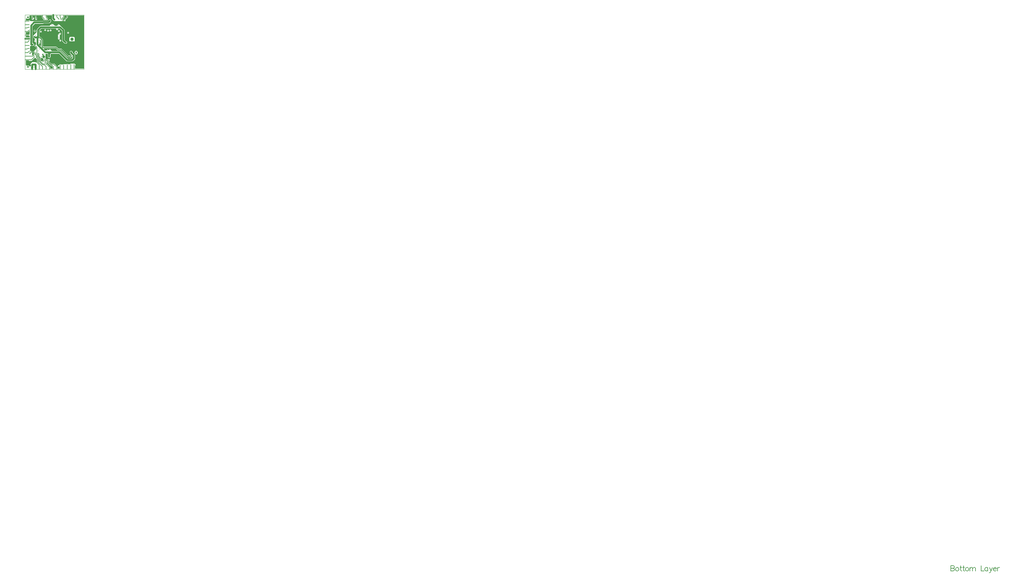
<source format=gbl>
G04*
G04 #@! TF.GenerationSoftware,Altium Limited,Altium Designer,22.4.2 (48)*
G04*
G04 Layer_Physical_Order=4*
G04 Layer_Color=16711680*
%FSLAX24Y24*%
%MOIN*%
G70*
G04*
G04 #@! TF.SameCoordinates,09D1A8E4-E44A-436B-8A94-970E0EB30887*
G04*
G04*
G04 #@! TF.FilePolarity,Positive*
G04*
G01*
G75*
%ADD14C,0.0059*%
%ADD15C,0.0039*%
%ADD50C,0.0160*%
%ADD51C,0.0100*%
%ADD52C,0.0060*%
%ADD55C,0.0200*%
%ADD57O,0.0276X0.0118*%
%ADD58O,0.0118X0.0276*%
%ADD59C,0.0120*%
%ADD60C,0.0140*%
%ADD61C,0.0160*%
G04:AMPARAMS|DCode=62|XSize=31.5mil|YSize=31.5mil|CornerRadius=7.9mil|HoleSize=0mil|Usage=FLASHONLY|Rotation=270.000|XOffset=0mil|YOffset=0mil|HoleType=Round|Shape=RoundedRectangle|*
%AMROUNDEDRECTD62*
21,1,0.0315,0.0157,0,0,270.0*
21,1,0.0157,0.0315,0,0,270.0*
1,1,0.0157,-0.0079,-0.0079*
1,1,0.0157,-0.0079,0.0079*
1,1,0.0157,0.0079,0.0079*
1,1,0.0157,0.0079,-0.0079*
%
%ADD62ROUNDEDRECTD62*%
%ADD63C,0.0315*%
G36*
X6584Y4706D02*
X6584Y3549D01*
X6584Y3240D01*
X6584Y2536D01*
X6584Y2068D01*
X6584Y1692D01*
X6584Y1113D01*
X6584Y567D01*
X6584Y80D01*
X5571Y80D01*
X5571Y434D01*
X5668Y434D01*
X5668Y526D01*
X5542Y652D01*
X5098Y652D01*
X5028Y582D01*
X4777Y582D01*
X4759Y594D01*
X4720Y602D01*
X4681Y594D01*
X4663Y582D01*
X4289Y582D01*
X4281Y574D01*
X4248Y552D01*
X4237Y536D01*
X4003Y536D01*
X4002Y537D01*
X3969Y559D01*
X3969Y559D01*
X3969Y559D01*
X3930Y567D01*
X3891Y559D01*
X3858Y537D01*
X3836Y504D01*
X3765Y434D01*
X3699Y434D01*
X3694Y302D01*
X3859Y302D01*
X3859Y80D01*
X3613Y80D01*
X3613Y276D01*
X3607Y303D01*
X3592Y326D01*
X3287Y630D01*
X3264Y646D01*
X3237Y651D01*
X2955Y651D01*
X2704Y902D01*
X2718Y973D01*
X2724Y978D01*
X2746Y1011D01*
X2754Y1050D01*
X2746Y1089D01*
X2724Y1122D01*
X2691Y1144D01*
X2652Y1152D01*
X2613Y1144D01*
X2580Y1122D01*
X2576Y1116D01*
X2504Y1102D01*
X2496Y1110D01*
X2473Y1126D01*
X2445Y1131D01*
X2320Y1131D01*
X2275Y1158D01*
X2271Y1219D01*
X2281Y1229D01*
X2281Y1275D01*
X2281Y1696D01*
X2281Y1723D01*
X2331Y1747D01*
X2503Y1747D01*
X2558Y1692D01*
X2558Y1413D01*
X2569Y1359D01*
X2600Y1312D01*
X2646Y1281D01*
X2701Y1271D01*
X2756Y1281D01*
X2802Y1312D01*
X2833Y1359D01*
X2844Y1413D01*
X2844Y1692D01*
X2899Y1747D01*
X3811Y1747D01*
X4619Y939D01*
X4619Y939D01*
X4665Y908D01*
X4720Y897D01*
X4720Y897D01*
X5280Y897D01*
X5280Y897D01*
X5335Y908D01*
X5381Y939D01*
X5541Y1099D01*
X5541Y1099D01*
X5572Y1145D01*
X5583Y1200D01*
X5583Y1200D01*
X5583Y1570D01*
X5583Y1570D01*
X5572Y1625D01*
X5541Y1671D01*
X5541Y1671D01*
X5310Y1902D01*
X5310Y1933D01*
X5299Y1988D01*
X5268Y2034D01*
X5221Y2065D01*
X5167Y2076D01*
X5112Y2065D01*
X5066Y2034D01*
X5035Y1988D01*
X5024Y1933D01*
X5024Y1843D01*
X5024Y1843D01*
X5035Y1789D01*
X5066Y1742D01*
X5297Y1511D01*
X5297Y1259D01*
X5221Y1183D01*
X4779Y1183D01*
X3971Y1991D01*
X3925Y2022D01*
X3870Y2033D01*
X3870Y2033D01*
X3021Y2033D01*
X2892Y2162D01*
X2884Y2199D01*
X2862Y2232D01*
X2829Y2254D01*
X2790Y2262D01*
X2751Y2254D01*
X2718Y2232D01*
X2696Y2199D01*
X2692Y2181D01*
X2667Y2156D01*
X2607Y2156D01*
X2604Y2159D01*
X2582Y2192D01*
X2549Y2214D01*
X2510Y2222D01*
X2471Y2214D01*
X2438Y2192D01*
X2416Y2159D01*
X2416Y2159D01*
X2410Y2128D01*
X2408Y2120D01*
X2345Y2120D01*
X2287Y2120D01*
X2228Y2121D01*
X2126Y2223D01*
X2126Y2322D01*
X2152Y2348D01*
X3430Y2348D01*
X3641Y2138D01*
X3670Y2118D01*
X3705Y2111D01*
X4009Y2111D01*
X4745Y1375D01*
X4775Y1355D01*
X4810Y1348D01*
X5021Y1348D01*
X5053Y1327D01*
X5100Y1318D01*
X5147Y1327D01*
X5187Y1353D01*
X5213Y1393D01*
X5222Y1440D01*
X5213Y1487D01*
X5187Y1527D01*
X5147Y1553D01*
X5100Y1562D01*
X5053Y1553D01*
X5021Y1532D01*
X4848Y1532D01*
X4112Y2267D01*
X4083Y2287D01*
X4047Y2294D01*
X3743Y2294D01*
X3533Y2505D01*
X3503Y2525D01*
X3468Y2532D01*
X2028Y2532D01*
X1972Y2588D01*
X1972Y3342D01*
X1965Y3377D01*
X1945Y3407D01*
X1727Y3625D01*
X1697Y3645D01*
X1662Y3652D01*
X1587Y3652D01*
X1587Y4335D01*
X1829Y4577D01*
X3446Y4577D01*
X3461Y4558D01*
X3483Y4517D01*
X3478Y4490D01*
X3486Y4451D01*
X3508Y4418D01*
X3541Y4396D01*
X3580Y4388D01*
X3619Y4396D01*
X3652Y4418D01*
X3674Y4451D01*
X3682Y4490D01*
X3677Y4517D01*
X3699Y4558D01*
X3714Y4577D01*
X3871Y4577D01*
X4147Y4301D01*
X4147Y3234D01*
X4147Y3234D01*
X4158Y3179D01*
X4189Y3133D01*
X4376Y2946D01*
X4422Y2915D01*
X4477Y2904D01*
X4508Y2910D01*
X4543Y2887D01*
X4590Y2878D01*
X4637Y2887D01*
X4677Y2913D01*
X4703Y2953D01*
X4712Y3000D01*
X4703Y3047D01*
X4677Y3087D01*
X4637Y3113D01*
X4596Y3121D01*
X4578Y3148D01*
X4433Y3293D01*
X4433Y4360D01*
X4433Y4360D01*
X4422Y4415D01*
X4391Y4461D01*
X4391Y4461D01*
X4031Y4821D01*
X3985Y4852D01*
X3985Y4852D01*
X3805Y5032D01*
X3740Y5032D01*
X3740Y5032D01*
X3701Y5024D01*
X3668Y5002D01*
X3646Y4969D01*
X3638Y4930D01*
X3639Y4923D01*
X3598Y4863D01*
X3355Y4863D01*
X3146Y5072D01*
X2954Y5072D01*
X2915Y5064D01*
X2882Y5042D01*
X2860Y5009D01*
X2713Y4863D01*
X1770Y4863D01*
X1715Y4852D01*
X1669Y4821D01*
X1669Y4821D01*
X1343Y4495D01*
X1312Y4449D01*
X1301Y4394D01*
X1301Y4394D01*
X1301Y4185D01*
X920Y3804D01*
X920Y3749D01*
X912Y3710D01*
X918Y3682D01*
X912Y3652D01*
X923Y3598D01*
X954Y3551D01*
X1024Y3481D01*
X1024Y3481D01*
X1024Y3481D01*
X1075Y3430D01*
X1075Y3274D01*
X1042Y3252D01*
X1020Y3219D01*
X1012Y3180D01*
X1020Y3141D01*
X1042Y3108D01*
X1075Y3086D01*
X1114Y3078D01*
X1160Y3078D01*
X1237Y3001D01*
X1237Y2775D01*
X1233Y2768D01*
X1222Y2757D01*
X1184Y2729D01*
X1170Y2732D01*
X1131Y2724D01*
X1098Y2702D01*
X1076Y2669D01*
X1068Y2630D01*
X1076Y2591D01*
X1098Y2558D01*
X1131Y2536D01*
X1170Y2528D01*
X1171Y2528D01*
X1252Y2447D01*
X1252Y2301D01*
X1015Y2064D01*
X982Y2042D01*
X960Y2009D01*
X952Y1970D01*
X960Y1931D01*
X982Y1898D01*
X982Y1897D01*
X982Y1740D01*
X987Y1719D01*
X986Y1708D01*
X978Y1679D01*
X965Y1651D01*
X961Y1647D01*
X938Y1632D01*
X916Y1599D01*
X908Y1560D01*
X849Y1548D01*
X843Y1548D01*
X799Y1593D01*
X799Y1888D01*
X808Y1934D01*
X799Y1981D01*
X772Y2021D01*
X732Y2047D01*
X686Y2057D01*
X639Y2047D01*
X562Y2124D01*
X562Y2575D01*
X625Y2638D01*
X680Y2627D01*
X870Y2627D01*
X925Y2638D01*
X971Y2669D01*
X1002Y2715D01*
X1013Y2770D01*
X1002Y2825D01*
X1002Y2840D01*
X823Y3019D01*
X823Y4847D01*
X1090Y5115D01*
X1990Y5115D01*
X1990Y5115D01*
X2045Y5125D01*
X2091Y5156D01*
X2102Y5167D01*
X2645Y5167D01*
X2645Y5167D01*
X2700Y5178D01*
X2746Y5209D01*
X2887Y5350D01*
X2918Y5396D01*
X2929Y5451D01*
X2918Y5506D01*
X2887Y5552D01*
X2841Y5583D01*
X2786Y5594D01*
X2731Y5583D01*
X2685Y5552D01*
X2586Y5453D01*
X2064Y5453D01*
X2053Y5451D01*
X2043Y5453D01*
X1988Y5442D01*
X1942Y5411D01*
X1931Y5400D01*
X1031Y5400D01*
X1031Y5400D01*
X977Y5389D01*
X616Y5389D01*
X558Y5447D01*
X545Y5460D01*
X528Y5486D01*
X503Y5502D01*
X434Y5572D01*
X440Y5544D01*
X417Y5508D01*
X384Y5486D01*
X383Y5485D01*
X80Y5485D01*
X80Y5676D01*
X124Y5720D01*
X159Y5720D01*
X209Y5687D01*
X266Y5676D01*
X365Y5676D01*
X423Y5687D01*
X472Y5720D01*
X504Y5769D01*
X516Y5827D01*
X504Y5885D01*
X494Y5900D01*
X494Y5980D01*
X536Y6022D01*
X714Y6022D01*
X714Y5866D01*
X720Y5839D01*
X735Y5816D01*
X773Y5778D01*
X778Y5722D01*
X756Y5689D01*
X748Y5650D01*
X756Y5611D01*
X778Y5578D01*
X811Y5556D01*
X850Y5548D01*
X889Y5556D01*
X922Y5578D01*
X944Y5611D01*
X952Y5650D01*
X971Y5669D01*
X1021Y5669D01*
X1034Y5762D01*
X1019Y5776D01*
X981Y5776D01*
X921Y5785D01*
X921Y5802D01*
X916Y5829D01*
X900Y5852D01*
X857Y5896D01*
X857Y6022D01*
X1108Y6022D01*
X1108Y5866D01*
X1113Y5839D01*
X1129Y5816D01*
X1169Y5776D01*
X1169Y5713D01*
X1168Y5712D01*
X1146Y5679D01*
X1138Y5640D01*
X1146Y5601D01*
X1168Y5568D01*
X1201Y5546D01*
X1240Y5538D01*
X1279Y5546D01*
X1312Y5568D01*
X1334Y5601D01*
X1342Y5640D01*
X1334Y5679D01*
X1312Y5712D01*
X1311Y5713D01*
X1311Y5805D01*
X1306Y5833D01*
X1290Y5856D01*
X1251Y5896D01*
X1251Y6022D01*
X1895Y6022D01*
X1895Y5866D01*
X1901Y5839D01*
X1916Y5816D01*
X1959Y5773D01*
X1959Y5753D01*
X1940Y5700D01*
X1940Y5700D01*
X2081Y5559D01*
X2084Y5555D01*
X2087Y5553D01*
X2115Y5525D01*
X2458Y5525D01*
X2497Y5533D01*
X2530Y5555D01*
X2552Y5588D01*
X2560Y5627D01*
X2552Y5666D01*
X2530Y5699D01*
X2529Y5700D01*
X2529Y5768D01*
X2524Y5796D01*
X2508Y5819D01*
X2432Y5896D01*
X2432Y6022D01*
X3005Y6022D01*
X3005Y5687D01*
X3005Y5687D01*
X3016Y5633D01*
X3047Y5586D01*
X3174Y5459D01*
X3220Y5428D01*
X3275Y5417D01*
X4165Y5417D01*
X4206Y5458D01*
X4228Y5491D01*
X4236Y5530D01*
X4228Y5569D01*
X4206Y5602D01*
X4220Y5656D01*
X4379Y5816D01*
X4395Y5839D01*
X4400Y5866D01*
X4400Y6022D01*
X4652Y6022D01*
X4652Y5894D01*
X4367Y5609D01*
X4351Y5586D01*
X4347Y5566D01*
X4342Y5562D01*
X4320Y5529D01*
X4312Y5490D01*
X4320Y5451D01*
X4342Y5418D01*
X4375Y5396D01*
X4414Y5388D01*
X4453Y5396D01*
X4486Y5418D01*
X4508Y5451D01*
X4516Y5490D01*
X4508Y5529D01*
X4500Y5541D01*
X4774Y5814D01*
X4790Y5838D01*
X4795Y5865D01*
X4795Y6022D01*
X6584Y6022D01*
X6584Y4706D01*
X6584Y4706D02*
G37*
G36*
X537Y4275D02*
X537Y4128D01*
X533Y4127D01*
X533Y4127D01*
X478Y4109D01*
X475Y4112D01*
X471Y4115D01*
X470Y4116D01*
X434Y4080D01*
X434Y4074D01*
X514Y4074D01*
X534Y4056D01*
X537Y4053D01*
X537Y3977D01*
X525Y3964D01*
X477Y3936D01*
X456Y3941D01*
X417Y3933D01*
X384Y3911D01*
X383Y3910D01*
X80Y3910D01*
X80Y4161D01*
X286Y4161D01*
X314Y4167D01*
X337Y4182D01*
X473Y4318D01*
X474Y4318D01*
X477Y4319D01*
X537Y4275D01*
X537Y4275D02*
G37*
G36*
X384Y3767D02*
X417Y3745D01*
X456Y3737D01*
X477Y3741D01*
X525Y3713D01*
X537Y3701D01*
X537Y3601D01*
X477Y3563D01*
X455Y3567D01*
X80Y3567D01*
X80Y3767D01*
X383Y3767D01*
X384Y3767D01*
X384Y3767D02*
G37*
G36*
X1788Y3287D02*
X1788Y2639D01*
X1733Y2616D01*
X1543Y2806D01*
X1549Y2847D01*
X1600Y2888D01*
X1639Y2896D01*
X1672Y2918D01*
X1694Y2951D01*
X1702Y2990D01*
X1702Y3279D01*
X1762Y3308D01*
X1788Y3287D01*
X1788Y3287D02*
G37*
G36*
X1323Y1142D02*
X1323Y754D01*
X1263Y729D01*
X1202Y790D01*
X819Y790D01*
X780Y790D01*
X627Y637D01*
X627Y493D01*
X643Y434D01*
X643Y375D01*
X616Y348D01*
X486Y348D01*
X439Y396D01*
X423Y396D01*
X365Y407D01*
X161Y407D01*
X80Y487D01*
X80Y1012D01*
X434Y1012D01*
X434Y925D01*
X436Y923D01*
X737Y923D01*
X1086Y1271D01*
X1193Y1271D01*
X1323Y1142D01*
X1323Y1142D02*
G37*
G36*
X2041Y1167D02*
X2041Y1027D01*
X1950Y936D01*
X1941Y934D01*
X1908Y912D01*
X1904Y906D01*
X1902Y903D01*
X1828Y903D01*
X1828Y903D01*
X1778Y931D01*
X1765Y949D01*
X1765Y1234D01*
X1792Y1261D01*
X1947Y1261D01*
X2041Y1167D01*
X2041Y1167D02*
G37*
G36*
X1296Y510D02*
X1296Y175D01*
X1261Y140D01*
X1092Y140D01*
X1056Y175D01*
X1056Y450D01*
X1046Y460D01*
X1010Y460D01*
X916Y460D01*
X906Y450D01*
X906Y175D01*
X871Y140D01*
X666Y140D01*
X666Y238D01*
X702Y262D01*
X729Y289D01*
X756Y328D01*
X765Y375D01*
X765Y434D01*
X762Y449D01*
X761Y464D01*
X750Y508D01*
X750Y587D01*
X793Y630D01*
X1176Y630D01*
X1296Y510D01*
X1296Y510D02*
G37*
G36*
X2843Y420D02*
X2867Y404D01*
X2894Y399D01*
X2944Y399D01*
X3076Y267D01*
X3076Y80D01*
X2825Y80D01*
X2825Y236D01*
X2820Y264D01*
X2804Y287D01*
X2804Y287D01*
X2421Y670D01*
X2399Y685D01*
X2397Y687D01*
X2374Y747D01*
X2374Y750D01*
X2383Y763D01*
X2388Y790D01*
X2443Y813D01*
X2450Y813D01*
X2843Y420D01*
X2843Y420D02*
G37*
%LPC*%
G36*
X2250Y4512D02*
X2211Y4504D01*
X2178Y4482D01*
X2156Y4449D01*
X2148Y4410D01*
X2156Y4371D01*
X2178Y4338D01*
X2211Y4316D01*
X2250Y4308D01*
X2289Y4316D01*
X2322Y4338D01*
X2344Y4371D01*
X2352Y4410D01*
X2344Y4449D01*
X2322Y4482D01*
X2289Y4504D01*
X2250Y4512D01*
X2250Y4512D02*
G37*
G36*
X2860Y4462D02*
X2821Y4454D01*
X2788Y4432D01*
X2766Y4399D01*
X2758Y4360D01*
X2766Y4321D01*
X2788Y4288D01*
X2821Y4266D01*
X2860Y4258D01*
X2899Y4266D01*
X2932Y4288D01*
X2954Y4321D01*
X2962Y4360D01*
X2954Y4399D01*
X2932Y4432D01*
X2899Y4454D01*
X2860Y4462D01*
X2860Y4462D02*
G37*
G36*
X2570Y4442D02*
X2531Y4434D01*
X2498Y4412D01*
X2476Y4379D01*
X2468Y4340D01*
X2476Y4301D01*
X2498Y4268D01*
X2531Y4246D01*
X2570Y4238D01*
X2609Y4246D01*
X2642Y4268D01*
X2664Y4301D01*
X2672Y4340D01*
X2664Y4379D01*
X2642Y4412D01*
X2609Y4434D01*
X2570Y4442D01*
X2570Y4442D02*
G37*
G36*
X3780Y4412D02*
X3741Y4404D01*
X3708Y4382D01*
X3686Y4349D01*
X3678Y4310D01*
X3686Y4271D01*
X3708Y4238D01*
X3741Y4216D01*
X3780Y4208D01*
X3819Y4216D01*
X3852Y4238D01*
X3874Y4271D01*
X3882Y4310D01*
X3874Y4349D01*
X3852Y4382D01*
X3819Y4404D01*
X3780Y4412D01*
X3780Y4412D02*
G37*
G36*
X1084Y4422D02*
X1037Y4413D01*
X997Y4387D01*
X971Y4347D01*
X962Y4300D01*
X971Y4253D01*
X997Y4214D01*
X1037Y4187D01*
X1084Y4178D01*
X1131Y4187D01*
X1170Y4214D01*
X1197Y4253D01*
X1206Y4300D01*
X1197Y4347D01*
X1170Y4387D01*
X1131Y4413D01*
X1084Y4422D01*
X1084Y4422D02*
G37*
G36*
X1764Y4332D02*
X1725Y4324D01*
X1692Y4302D01*
X1670Y4269D01*
X1662Y4230D01*
X1670Y4191D01*
X1692Y4158D01*
X1725Y4136D01*
X1764Y4128D01*
X1803Y4136D01*
X1836Y4158D01*
X1858Y4191D01*
X1866Y4230D01*
X1858Y4269D01*
X1836Y4302D01*
X1803Y4324D01*
X1764Y4332D01*
X1764Y4332D02*
G37*
G36*
X4820Y4212D02*
X4781Y4204D01*
X4748Y4182D01*
X4726Y4149D01*
X4718Y4110D01*
X4726Y4071D01*
X4748Y4038D01*
X4781Y4016D01*
X4820Y4008D01*
X4859Y4016D01*
X4892Y4038D01*
X4914Y4071D01*
X4922Y4110D01*
X4914Y4149D01*
X4892Y4182D01*
X4859Y4204D01*
X4820Y4212D01*
X4820Y4212D02*
G37*
G36*
X3930Y4099D02*
X3891Y4091D01*
X3858Y4069D01*
X3828Y4039D01*
X3828Y4039D01*
X3732Y3943D01*
X3708Y3927D01*
X3686Y3894D01*
X3679Y3855D01*
X3678Y3621D01*
X3678Y3620D01*
X3678Y3619D01*
X3678Y3438D01*
X3678Y3415D01*
X3704Y3388D01*
X3704Y3388D01*
X3718Y3368D01*
X3751Y3346D01*
X3790Y3338D01*
X3829Y3346D01*
X3862Y3368D01*
X3876Y3388D01*
X3876Y3388D01*
X3892Y3405D01*
X3892Y3440D01*
X3892Y3440D01*
X3892Y3440D01*
X3892Y3442D01*
X3892Y3826D01*
X3969Y3903D01*
X4002Y3925D01*
X4024Y3958D01*
X4032Y3997D01*
X4024Y4036D01*
X4002Y4069D01*
X3969Y4091D01*
X3930Y4099D01*
X3930Y4099D02*
G37*
G36*
X5488Y3621D02*
X5032Y3621D01*
X4999Y3607D01*
X4974Y3582D01*
X4960Y3549D01*
X4960Y3193D01*
X4974Y3160D01*
X4999Y3135D01*
X5032Y3121D01*
X5488Y3121D01*
X5521Y3135D01*
X5546Y3160D01*
X5560Y3193D01*
X5560Y3549D01*
X5546Y3582D01*
X5521Y3607D01*
X5488Y3621D01*
X5488Y3621D02*
G37*
G36*
X3940Y3322D02*
X3901Y3314D01*
X3868Y3292D01*
X3846Y3259D01*
X3838Y3220D01*
X3846Y3181D01*
X3868Y3148D01*
X3901Y3126D01*
X3940Y3118D01*
X3979Y3126D01*
X4012Y3148D01*
X4034Y3181D01*
X4042Y3220D01*
X4034Y3259D01*
X4012Y3292D01*
X3979Y3314D01*
X3940Y3322D01*
X3940Y3322D02*
G37*
G36*
X5721Y2070D02*
X5663Y2059D01*
X5614Y2026D01*
X5581Y1977D01*
X5569Y1919D01*
X5569Y1821D01*
X5581Y1763D01*
X5614Y1714D01*
X5663Y1681D01*
X5721Y1670D01*
X5779Y1681D01*
X5828Y1714D01*
X5860Y1763D01*
X5872Y1821D01*
X5872Y1919D01*
X5860Y1977D01*
X5828Y2026D01*
X5779Y2059D01*
X5721Y2070D01*
X5721Y2070D02*
G37*
%LPD*%
D14*
X103725Y-55679D02*
X103725Y-56269D01*
X103725Y-55679D02*
X103978Y-55679D01*
X104062Y-55707D01*
X104090Y-55735D01*
X104118Y-55791D01*
X104118Y-55847D01*
X104090Y-55904D01*
X104062Y-55932D01*
X103978Y-55960D01*
X103725Y-55960D02*
X103978Y-55960D01*
X104062Y-55988D01*
X104090Y-56016D01*
X104118Y-56072D01*
X104118Y-56157D01*
X104090Y-56213D01*
X104062Y-56241D01*
X103978Y-56269D01*
X103725Y-56269D01*
X104391Y-55876D02*
X104335Y-55904D01*
X104279Y-55960D01*
X104251Y-56044D01*
X104251Y-56101D01*
X104279Y-56185D01*
X104335Y-56241D01*
X104391Y-56269D01*
X104476Y-56269D01*
X104532Y-56241D01*
X104588Y-56185D01*
X104616Y-56101D01*
X104616Y-56044D01*
X104588Y-55960D01*
X104532Y-55904D01*
X104476Y-55876D01*
X104391Y-55876D01*
X104830Y-55679D02*
X104830Y-56157D01*
X104858Y-56241D01*
X104914Y-56269D01*
X104970Y-56269D01*
X104745Y-55876D02*
X104942Y-55876D01*
X105139Y-55679D02*
X105139Y-56157D01*
X105167Y-56241D01*
X105223Y-56269D01*
X105280Y-56269D01*
X105055Y-55876D02*
X105252Y-55876D01*
X105505Y-55876D02*
X105448Y-55904D01*
X105392Y-55960D01*
X105364Y-56044D01*
X105364Y-56101D01*
X105392Y-56185D01*
X105448Y-56241D01*
X105505Y-56269D01*
X105589Y-56269D01*
X105645Y-56241D01*
X105701Y-56185D01*
X105730Y-56101D01*
X105730Y-56044D01*
X105701Y-55960D01*
X105645Y-55904D01*
X105589Y-55876D01*
X105505Y-55876D01*
X105859Y-55876D02*
X105859Y-56269D01*
X105859Y-55988D02*
X105943Y-55904D01*
X105999Y-55876D01*
X106084Y-55876D01*
X106140Y-55904D01*
X106168Y-55988D01*
X106168Y-56269D01*
X106168Y-55988D02*
X106252Y-55904D01*
X106309Y-55876D01*
X106393Y-55876D01*
X106449Y-55904D01*
X106477Y-55988D01*
X106477Y-56269D01*
X107127Y-55679D02*
X107127Y-56269D01*
X107464Y-56269D01*
X107866Y-55876D02*
X107866Y-56269D01*
X107866Y-55960D02*
X107810Y-55904D01*
X107754Y-55876D01*
X107669Y-55876D01*
X107613Y-55904D01*
X107557Y-55960D01*
X107529Y-56044D01*
X107529Y-56101D01*
X107557Y-56185D01*
X107613Y-56241D01*
X107669Y-56269D01*
X107754Y-56269D01*
X107810Y-56241D01*
X107866Y-56185D01*
X108052Y-55876D02*
X108221Y-56269D01*
X108389Y-55876D02*
X108221Y-56269D01*
X108164Y-56382D01*
X108108Y-56438D01*
X108052Y-56466D01*
X108024Y-56466D01*
X108488Y-56044D02*
X108825Y-56044D01*
X108825Y-55988D01*
X108797Y-55932D01*
X108769Y-55904D01*
X108713Y-55876D01*
X108628Y-55876D01*
X108572Y-55904D01*
X108516Y-55960D01*
X108488Y-56044D01*
X108488Y-56101D01*
X108516Y-56185D01*
X108572Y-56241D01*
X108628Y-56269D01*
X108713Y-56269D01*
X108769Y-56241D01*
X108825Y-56185D01*
X108952Y-55876D02*
X108952Y-56269D01*
X108952Y-56044D02*
X108980Y-55960D01*
X109036Y-55904D01*
X109092Y-55876D01*
X109176Y-55876D01*
D15*
X0Y0D02*
X0Y6102D01*
X0Y0D02*
X6600Y0D01*
X6600Y6102D01*
X0Y6102D02*
X6600Y6102D01*
D50*
X0Y3445D02*
X455Y3445D01*
D51*
X3705Y2203D02*
X4047Y2203D01*
X3468Y2440D02*
X3705Y2203D01*
X2584Y2440D02*
X3468Y2440D01*
X4047Y2203D02*
X4810Y1440D01*
X1880Y2550D02*
X1880Y3342D01*
X4810Y1440D02*
X5100Y1440D01*
X4574Y3000D02*
X4590Y3000D01*
X4527Y3047D02*
X4574Y3000D01*
X4477Y3047D02*
X4527Y3047D01*
X1662Y3560D02*
X1880Y3342D01*
X1444Y3560D02*
X1662Y3560D01*
X1384Y3560D02*
X1444Y3560D01*
X1880Y2550D02*
X1990Y2440D01*
X2530Y2440D01*
X2584Y2440D01*
X1983Y1507D02*
X2080Y1410D01*
X1983Y1507D02*
X1983Y1670D01*
D52*
X785Y5866D02*
X785Y6102D01*
X1179Y5866D02*
X1179Y6102D01*
X1967Y5866D02*
X1967Y6102D01*
X2360Y5866D02*
X2360Y6102D01*
X3541Y5866D02*
X3541Y6102D01*
X3935Y5866D02*
X3935Y6102D01*
X4329Y5866D02*
X4329Y6102D01*
X4724Y5865D02*
X4724Y6101D01*
X0Y5413D02*
X456Y5413D01*
X0Y5020D02*
X456Y5020D01*
X0Y3839D02*
X447Y3839D01*
X0Y1870D02*
X300Y1870D01*
X0Y2658D02*
X458Y2658D01*
X0Y1083D02*
X723Y1083D01*
X0Y3051D02*
X281Y3051D01*
X0Y1477D02*
X927Y1477D01*
X0Y4232D02*
X286Y4232D01*
X0Y4626D02*
X236Y4626D01*
X0Y2264D02*
X236Y2264D01*
X4720Y0D02*
X4720Y500D01*
X3541Y0D02*
X3541Y276D01*
X1967Y0D02*
X1967Y293D01*
X2360Y0D02*
X2360Y300D01*
X3930Y0D02*
X3930Y465D01*
X4320Y0D02*
X4320Y480D01*
X3148Y0D02*
X3148Y296D01*
X1573Y0D02*
X1573Y514D01*
X5500Y0D02*
X5500Y550D01*
X5130Y0D02*
X5130Y540D01*
X2754Y0D02*
X2754Y236D01*
X1544Y1446D02*
X1544Y1726D01*
X1544Y1446D02*
X1694Y1296D01*
X1460Y1810D02*
X1544Y1726D01*
X1694Y906D02*
X1694Y1296D01*
X1170Y2630D02*
X1323Y2477D01*
X1323Y1754D02*
X1323Y2477D01*
X2170Y1160D02*
X2270Y1060D01*
X2404Y960D02*
X2894Y470D01*
X2100Y960D02*
X2404Y960D01*
X2445Y1060D02*
X2925Y580D01*
X2270Y1060D02*
X2445Y1060D01*
X4417Y5558D02*
X4724Y5865D01*
X3771Y5612D02*
X3771Y5637D01*
X3541Y5866D02*
X3771Y5637D01*
X3974Y5600D02*
X3974Y5827D01*
X3935Y5866D02*
X3974Y5827D01*
X4134Y5530D02*
X4134Y5671D01*
X4417Y5493D02*
X4417Y5558D01*
X2458Y5627D02*
X2458Y5768D01*
X2360Y5866D02*
X2458Y5768D01*
X2030Y5753D02*
X2156Y5627D01*
X2030Y5753D02*
X2030Y5802D01*
X1967Y5866D02*
X2030Y5802D01*
X1394Y692D02*
X1573Y514D01*
X1394Y692D02*
X1394Y1172D01*
X1054Y1740D02*
X1244Y1550D01*
X1244Y1322D02*
X1394Y1172D01*
X1192Y1743D02*
X1344Y1591D01*
X1344Y1363D02*
X1494Y1213D01*
X1444Y1405D02*
X1594Y1255D01*
X1244Y1322D02*
X1244Y1550D01*
X1344Y1363D02*
X1344Y1591D01*
X1323Y1754D02*
X1444Y1633D01*
X1444Y1405D02*
X1444Y1633D01*
X2370Y620D02*
X2754Y236D01*
X2754Y236D01*
X2894Y470D02*
X2974Y470D01*
X1980Y840D02*
X2100Y960D01*
X2925Y580D02*
X3237Y580D01*
X1980Y620D02*
X2370Y620D01*
X474Y4420D02*
X474Y4420D01*
X286Y4232D02*
X474Y4420D01*
X1494Y766D02*
X1494Y1213D01*
X1494Y766D02*
X1967Y293D01*
X1594Y865D02*
X1949Y510D01*
X1594Y865D02*
X1594Y1255D01*
X1694Y906D02*
X1980Y620D01*
X2974Y470D02*
X3148Y296D01*
X4414Y5490D02*
X4417Y5493D01*
X4134Y5671D02*
X4329Y5866D01*
X1054Y1740D02*
X1054Y1970D01*
X927Y1477D02*
X1010Y1560D01*
X1192Y1743D02*
X1192Y1878D01*
X300Y1870D02*
X480Y2050D01*
X723Y1083D02*
X1040Y1400D01*
X281Y3051D02*
X470Y3240D01*
X458Y2658D02*
X460Y2660D01*
X236Y4626D02*
X300Y4690D01*
X4722Y5866D02*
X4724Y5865D01*
X850Y5650D02*
X850Y5802D01*
X785Y5866D02*
X850Y5802D01*
X1179Y5866D02*
X1240Y5805D01*
X1240Y5640D02*
X1240Y5805D01*
X3237Y580D02*
X3541Y276D01*
X1949Y510D02*
X2150Y510D01*
X2360Y300D01*
X302Y2330D02*
X460Y2330D01*
X236Y2264D02*
X302Y2330D01*
X300Y4690D02*
X456Y4690D01*
D55*
X3148Y5687D02*
X3148Y6102D01*
X785Y0D02*
X785Y515D01*
X1179Y0D02*
X1179Y515D01*
X1444Y3560D02*
X1444Y4394D01*
X1055Y3652D02*
X1125Y3582D01*
X1380Y2767D02*
X1380Y3560D01*
X2840Y1890D02*
X3870Y1890D01*
X2562Y1890D02*
X2840Y1890D01*
X1380Y2767D02*
X2257Y1890D01*
X680Y2770D02*
X680Y4906D01*
X3148Y5687D02*
X3275Y5560D01*
X2064Y5310D02*
X2186Y5310D01*
X2645Y5310D01*
X2786Y5451D01*
X680Y4906D02*
X1031Y5257D01*
X1990Y5257D01*
X4290Y3234D02*
X4290Y4360D01*
X4290Y3234D02*
X4477Y3047D01*
X3930Y4720D02*
X4290Y4360D01*
X1990Y5257D02*
X2043Y5310D01*
X2701Y1751D02*
X2840Y1890D01*
X1770Y4720D02*
X3930Y4720D01*
X1444Y4394D02*
X1770Y4720D01*
X1125Y3582D02*
X1362Y3582D01*
X1384Y3560D01*
X680Y2770D02*
X870Y2770D01*
X2562Y1890D02*
X2701Y1751D01*
X2701Y1413D02*
X2701Y1751D01*
X2257Y1890D02*
X2562Y1890D01*
X3870Y1890D02*
X4720Y1040D01*
X5440Y1200D02*
X5440Y1570D01*
X5280Y1040D02*
X5440Y1200D01*
X4720Y1040D02*
X5280Y1040D01*
X5167Y1843D02*
X5440Y1570D01*
X5167Y1843D02*
X5167Y1933D01*
X1179Y295D02*
X1179Y515D01*
X785Y295D02*
X785Y515D01*
X1149Y545D02*
X1179Y515D01*
X952Y545D02*
X1149Y545D01*
X815Y545D02*
X952Y545D01*
X785Y515D02*
X815Y545D01*
D57*
X316Y5827D02*
D03*
X315Y256D02*
D03*
D58*
X5721Y1870D02*
D03*
D59*
X6226Y4071D02*
D03*
X6226Y3791D02*
D03*
X5946Y3791D02*
D03*
X6226Y3511D02*
D03*
X5946Y3511D02*
D03*
X6226Y3231D02*
D03*
X5946Y3231D02*
D03*
X6226Y2951D02*
D03*
X5946Y2951D02*
D03*
X6226Y2671D02*
D03*
X5946Y2671D02*
D03*
X6226Y2391D02*
D03*
X5946Y2391D02*
D03*
X6226Y2111D02*
D03*
X5946Y2111D02*
D03*
X6226Y1831D02*
D03*
X5946Y1831D02*
D03*
X6226Y1551D02*
D03*
X5946Y1551D02*
D03*
X6226Y1271D02*
D03*
X5946Y1271D02*
D03*
X6226Y991D02*
D03*
X5946Y991D02*
D03*
X6226Y711D02*
D03*
X5946Y711D02*
D03*
X5946Y431D02*
D03*
X6226Y431D02*
D03*
X5946Y151D02*
D03*
X6086Y151D02*
D03*
X6226Y151D02*
D03*
X6366Y151D02*
D03*
X6506Y291D02*
D03*
X6506Y851D02*
D03*
X6506Y1411D02*
D03*
X6506Y1971D02*
D03*
X6506Y2531D02*
D03*
X6506Y3091D02*
D03*
X6506Y3651D02*
D03*
X6506Y431D02*
D03*
X6506Y151D02*
D03*
X6506Y991D02*
D03*
X6506Y571D02*
D03*
X6506Y711D02*
D03*
X6506Y1551D02*
D03*
X6506Y1131D02*
D03*
X6506Y1271D02*
D03*
X6506Y2111D02*
D03*
X6506Y1691D02*
D03*
X6506Y1831D02*
D03*
X6506Y2671D02*
D03*
X6506Y2251D02*
D03*
X6506Y2391D02*
D03*
X6506Y3231D02*
D03*
X6506Y2811D02*
D03*
X6506Y2951D02*
D03*
X6506Y3791D02*
D03*
X6506Y3371D02*
D03*
X6506Y3511D02*
D03*
X6506Y4071D02*
D03*
X6506Y3931D02*
D03*
X6506Y4211D02*
D03*
X6506Y4351D02*
D03*
X6506Y4491D02*
D03*
X5144Y2760D02*
D03*
X1060Y1100D02*
D03*
X1060Y900D02*
D03*
X3360Y2270D02*
D03*
X3940Y3220D02*
D03*
X1590Y3222D02*
D03*
X1600Y2990D02*
D03*
X2790Y2160D02*
D03*
X1630Y2820D02*
D03*
X2170Y1160D02*
D03*
X2337Y1194D02*
D03*
X4819Y4618D02*
D03*
X4820Y4110D02*
D03*
X4962Y4569D02*
D03*
X4964Y4420D02*
D03*
X3771Y5612D02*
D03*
X3974Y5600D02*
D03*
X1888Y5462D02*
D03*
X2032Y5515D02*
D03*
X1903Y5608D02*
D03*
X1764Y5536D02*
D03*
X2879Y5629D02*
D03*
X2662Y5611D02*
D03*
X2984Y5530D02*
D03*
X3078Y5426D02*
D03*
X4134Y5530D02*
D03*
X4264Y5390D02*
D03*
X4287Y5603D02*
D03*
X2156Y5627D02*
D03*
X2186Y5310D02*
D03*
X2458Y5627D02*
D03*
X3781Y3855D02*
D03*
X904Y4210D02*
D03*
X1165Y3820D02*
D03*
X1014Y3710D02*
D03*
X974Y4880D02*
D03*
X1464Y2070D02*
D03*
X5754Y2930D02*
D03*
X5624Y4050D02*
D03*
X5544Y3940D02*
D03*
X5624Y3330D02*
D03*
X5361Y3290D02*
D03*
X2064Y5310D02*
D03*
X2570Y610D02*
D03*
X2652Y1050D02*
D03*
X2690Y1210D02*
D03*
X2820Y880D02*
D03*
X4254Y1163D02*
D03*
X474Y4420D02*
D03*
X479Y4010D02*
D03*
X2454Y720D02*
D03*
X1849Y1195D02*
D03*
X456Y3839D02*
D03*
X474Y3660D02*
D03*
X5545Y719D02*
D03*
X5404Y860D02*
D03*
X5545Y1001D02*
D03*
X3414Y4460D02*
D03*
X3165Y4461D02*
D03*
X1694Y3720D02*
D03*
X1914Y4320D02*
D03*
X2094Y4320D02*
D03*
X2394Y4320D02*
D03*
X3574Y4320D02*
D03*
X3304Y4320D02*
D03*
X3024Y4320D02*
D03*
X5654Y4300D02*
D03*
X4854Y4799D02*
D03*
X4660Y5160D02*
D03*
X4660Y5600D02*
D03*
X5249Y4410D02*
D03*
X4964Y4720D02*
D03*
X5174Y4720D02*
D03*
X5174Y4560D02*
D03*
X4894Y1660D02*
D03*
X4764Y1700D02*
D03*
X5084Y1620D02*
D03*
X5006Y2130D02*
D03*
X5604Y2100D02*
D03*
X5624Y2260D02*
D03*
X5508Y1816D02*
D03*
X5444Y2110D02*
D03*
X5444Y2260D02*
D03*
X4904Y3190D02*
D03*
X4974Y2390D02*
D03*
X5282Y2110D02*
D03*
X5394Y1930D02*
D03*
X5754Y650D02*
D03*
X5754Y330D02*
D03*
X5754Y970D02*
D03*
X5754Y1290D02*
D03*
X5754Y1610D02*
D03*
X5754Y2290D02*
D03*
X5754Y2610D02*
D03*
X5754Y2770D02*
D03*
X5624Y3180D02*
D03*
X5384Y4880D02*
D03*
X6514Y5960D02*
D03*
X6324Y5960D02*
D03*
X6134Y5960D02*
D03*
X6514Y5820D02*
D03*
X6324Y5820D02*
D03*
X6134Y5820D02*
D03*
X6034Y4710D02*
D03*
X6034Y4530D02*
D03*
X6208Y4664D02*
D03*
X6344Y4762D02*
D03*
X6404Y4620D02*
D03*
X6506Y4762D02*
D03*
X6270Y4486D02*
D03*
X6135Y4351D02*
D03*
X5934Y4370D02*
D03*
X6001Y4217D02*
D03*
X5877Y4093D02*
D03*
X1694Y4070D02*
D03*
X3744Y4470D02*
D03*
X574Y5630D02*
D03*
X1124Y4850D02*
D03*
X4414Y5490D02*
D03*
X2954Y4970D02*
D03*
X1170Y2630D02*
D03*
X1119Y2460D02*
D03*
X910Y2360D02*
D03*
X1054Y1970D02*
D03*
X860Y1620D02*
D03*
X920Y1770D02*
D03*
X1010Y1560D02*
D03*
X1460Y1810D02*
D03*
X480Y2050D02*
D03*
X1040Y1400D02*
D03*
X984Y3440D02*
D03*
X1114Y3630D02*
D03*
X470Y3240D02*
D03*
X1098Y2827D02*
D03*
X1600Y3410D02*
D03*
X1114Y3180D02*
D03*
X460Y2660D02*
D03*
X460Y3440D02*
D03*
X1764Y4230D02*
D03*
X1694Y3900D02*
D03*
X5714Y4150D02*
D03*
X5384Y4560D02*
D03*
X5384Y4720D02*
D03*
X3134Y4940D02*
D03*
X3574Y4950D02*
D03*
X4810Y5600D02*
D03*
X3930Y3997D02*
D03*
X5819Y4240D02*
D03*
X5784Y4370D02*
D03*
X3790Y3440D02*
D03*
X1594Y2260D02*
D03*
X1192Y1878D02*
D03*
X2640Y2220D02*
D03*
X2384Y2220D02*
D03*
X5200Y1280D02*
D03*
X4984Y1760D02*
D03*
X3476Y2160D02*
D03*
X4674Y1810D02*
D03*
X4834Y1810D02*
D03*
X4820Y2180D02*
D03*
X4670Y2180D02*
D03*
X4040Y1430D02*
D03*
X4040Y1279D02*
D03*
X3940Y2930D02*
D03*
X2210Y2220D02*
D03*
X3100Y2270D02*
D03*
X2170Y1690D02*
D03*
X850Y5650D02*
D03*
X1240Y5640D02*
D03*
X1080Y5600D02*
D03*
X4720Y500D02*
D03*
X5500Y550D02*
D03*
X5130Y540D02*
D03*
X5034Y3680D02*
D03*
X5024Y4030D02*
D03*
X4874Y3950D02*
D03*
X5024Y4160D02*
D03*
X5104Y4360D02*
D03*
X4774Y2980D02*
D03*
X4610Y3610D02*
D03*
X4520Y2180D02*
D03*
X4540Y2570D02*
D03*
X2250Y4410D02*
D03*
X2680Y500D02*
D03*
X2510Y2120D02*
D03*
X5179Y4240D02*
D03*
X5174Y4070D02*
D03*
X5134Y2220D02*
D03*
X5282Y2260D02*
D03*
X5014Y3060D02*
D03*
X4894Y3330D02*
D03*
X4894Y3460D02*
D03*
X4914Y3600D02*
D03*
X470Y540D02*
D03*
X560Y430D02*
D03*
X240Y480D02*
D03*
X4114Y1168D02*
D03*
X4370Y780D02*
D03*
X4370Y940D02*
D03*
X4320Y480D02*
D03*
X3800Y570D02*
D03*
X3434Y570D02*
D03*
X4040Y594D02*
D03*
X3930Y465D02*
D03*
X4040Y1010D02*
D03*
X4210Y606D02*
D03*
X3104Y1440D02*
D03*
X3104Y1230D02*
D03*
X3100Y710D02*
D03*
X3103Y880D02*
D03*
X1980Y840D02*
D03*
X3240Y2170D02*
D03*
X1810Y1420D02*
D03*
X2400Y1310D02*
D03*
X2860Y4360D02*
D03*
X2570Y4340D02*
D03*
X3580Y4490D02*
D03*
X3780Y4310D02*
D03*
X3740Y4930D02*
D03*
X4934Y2260D02*
D03*
X4954Y2760D02*
D03*
X5179Y3690D02*
D03*
X4654Y3470D02*
D03*
X4674Y3270D02*
D03*
X4520Y3510D02*
D03*
X3780Y3620D02*
D03*
X3880Y1590D02*
D03*
X3720Y1600D02*
D03*
X3603Y570D02*
D03*
X434Y5630D02*
D03*
X150Y5640D02*
D03*
X564Y5760D02*
D03*
X560Y5960D02*
D03*
X460Y2330D02*
D03*
X456Y4690D02*
D03*
X456Y5020D02*
D03*
X456Y5413D02*
D03*
X5319Y2390D02*
D03*
X5479Y2410D02*
D03*
X5549Y2540D02*
D03*
X5549Y2700D02*
D03*
X4810Y4950D02*
D03*
X4810Y5160D02*
D03*
X4810Y5380D02*
D03*
X3300Y1610D02*
D03*
X4370Y1100D02*
D03*
D60*
X2518Y3556D02*
D03*
X2045Y3556D02*
D03*
X2045Y4029D02*
D03*
X2518Y4029D02*
D03*
X2045Y2611D02*
D03*
X2518Y2611D02*
D03*
X2990Y2611D02*
D03*
X2990Y3556D02*
D03*
X2990Y4029D02*
D03*
X2518Y3084D02*
D03*
X2045Y3084D02*
D03*
X2990Y3084D02*
D03*
X3463Y3556D02*
D03*
X3463Y4029D02*
D03*
X3463Y3084D02*
D03*
X3463Y2611D02*
D03*
D61*
X3275Y5560D02*
D03*
X2786Y5451D02*
D03*
X4590Y3000D02*
D03*
X1084Y4300D02*
D03*
X654Y3870D02*
D03*
X686Y1934D02*
D03*
X870Y2770D02*
D03*
X680Y2770D02*
D03*
X5100Y1440D02*
D03*
X5167Y1933D02*
D03*
X1983Y1670D02*
D03*
X540Y1790D02*
D03*
X2701Y1413D02*
D03*
X2270Y810D02*
D03*
X952Y545D02*
D03*
X1149Y545D02*
D03*
D62*
X5260Y3371D02*
D03*
D63*
X2080Y1410D02*
D03*
X1384Y3560D02*
D03*
M02*

</source>
